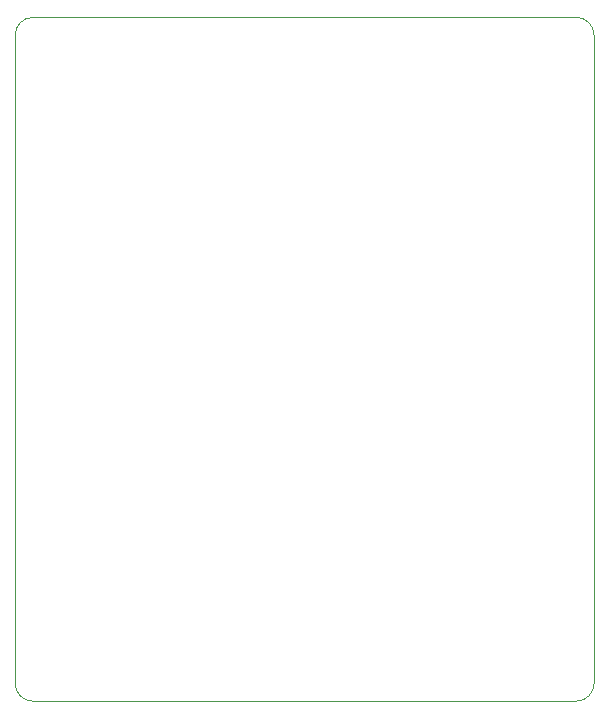
<source format=gbr>
%TF.GenerationSoftware,KiCad,Pcbnew,7.0.6*%
%TF.CreationDate,2023-11-15T18:28:15-08:00*%
%TF.ProjectId,Project 2,50726f6a-6563-4742-9032-2e6b69636164,rev?*%
%TF.SameCoordinates,Original*%
%TF.FileFunction,Profile,NP*%
%FSLAX46Y46*%
G04 Gerber Fmt 4.6, Leading zero omitted, Abs format (unit mm)*
G04 Created by KiCad (PCBNEW 7.0.6) date 2023-11-15 18:28:15*
%MOMM*%
%LPD*%
G01*
G04 APERTURE LIST*
%TA.AperFunction,Profile*%
%ADD10C,0.100000*%
%TD*%
G04 APERTURE END LIST*
D10*
X124460000Y-104648000D02*
G75*
G03*
X125984000Y-106172000I1524000J0D01*
G01*
X171958000Y-106172000D02*
G75*
G03*
X173482000Y-104648000I0J1524000D01*
G01*
X171958000Y-106172000D02*
X125984000Y-106172000D01*
X125984000Y-48260000D02*
X171958000Y-48260000D01*
X125984000Y-48260000D02*
G75*
G03*
X124460000Y-49784000I0J-1524000D01*
G01*
X173482000Y-49784000D02*
G75*
G03*
X171958000Y-48260000I-1524000J0D01*
G01*
X173482000Y-49784000D02*
X173482000Y-104648000D01*
X124460000Y-104648000D02*
X124460000Y-49784000D01*
M02*

</source>
